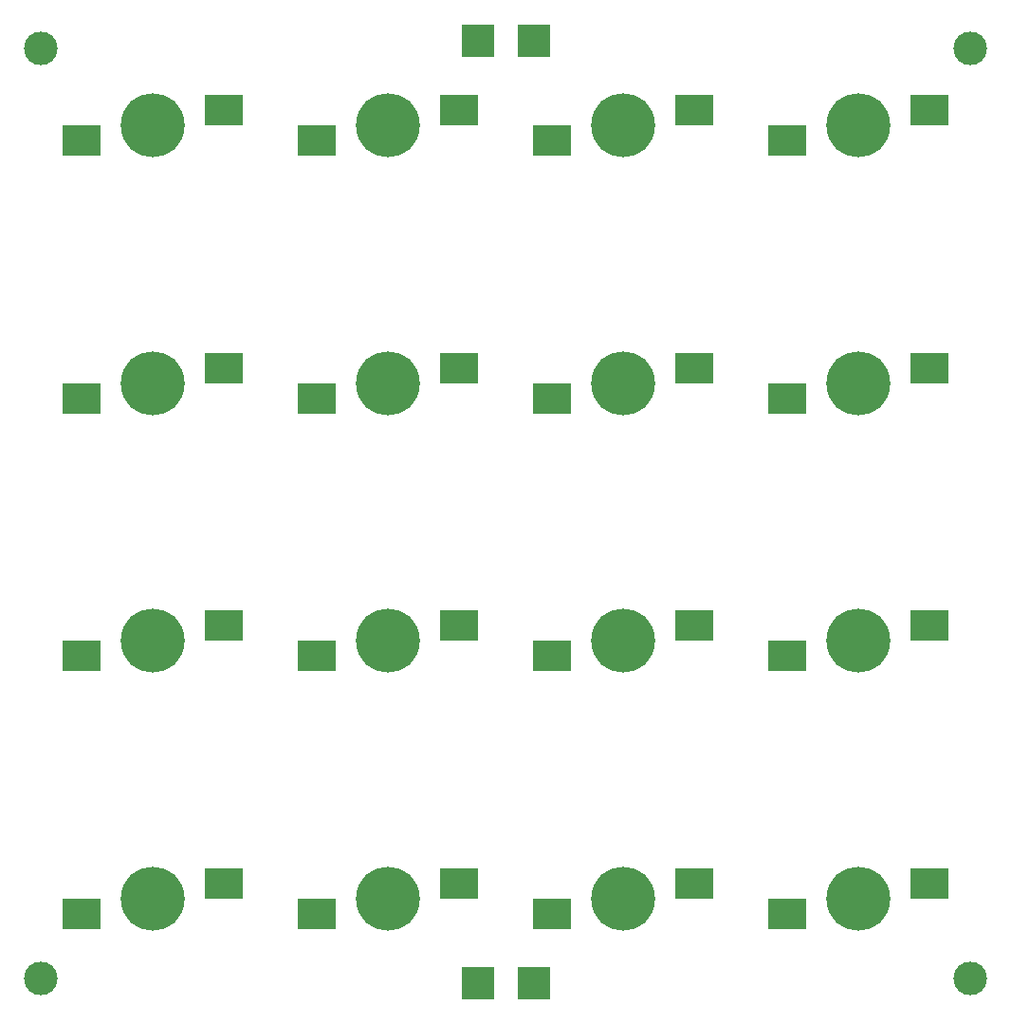
<source format=gbr>
%TF.GenerationSoftware,KiCad,Pcbnew,(6.0.2)*%
%TF.CreationDate,2022-02-24T13:51:07+07:00*%
%TF.ProjectId,LED_9x9,4c45445f-3978-4392-9e6b-696361645f70,rev?*%
%TF.SameCoordinates,Original*%
%TF.FileFunction,Soldermask,Top*%
%TF.FilePolarity,Negative*%
%FSLAX46Y46*%
G04 Gerber Fmt 4.6, Leading zero omitted, Abs format (unit mm)*
G04 Created by KiCad (PCBNEW (6.0.2)) date 2022-02-24 13:51:07*
%MOMM*%
%LPD*%
G01*
G04 APERTURE LIST*
%ADD10R,3.500000X2.700000*%
%ADD11C,5.700000*%
%ADD12R,3.000000X3.000000*%
%ADD13C,3.000000*%
G04 APERTURE END LIST*
D10*
%TO.C,D14*%
X122855100Y-51037800D03*
X110155100Y-53737800D03*
D11*
X116505100Y-52387800D03*
%TD*%
D10*
%TO.C,D12*%
X101855100Y-97037800D03*
X89155100Y-99737800D03*
D11*
X95505100Y-98387800D03*
%TD*%
D10*
%TO.C,D11*%
X101855100Y-74037800D03*
X89155100Y-76737800D03*
D11*
X95505100Y-75387800D03*
%TD*%
D12*
%TO.C,J2*%
X87505100Y-105887800D03*
X82505100Y-105887800D03*
%TD*%
D10*
%TO.C,D16*%
X122855100Y-97037800D03*
X110155100Y-99737800D03*
D11*
X116505100Y-98387800D03*
%TD*%
D12*
%TO.C,J1*%
X87505100Y-21887800D03*
X82505100Y-21887800D03*
%TD*%
D10*
%TO.C,D15*%
X122855100Y-74037800D03*
X110155100Y-76737800D03*
D11*
X116505100Y-75387800D03*
%TD*%
D10*
%TO.C,D13*%
X122855100Y-28037800D03*
X110155100Y-30737800D03*
D11*
X116505100Y-29387800D03*
%TD*%
D10*
%TO.C,D10*%
X101855100Y-51037800D03*
X89155100Y-53737800D03*
D11*
X95505100Y-52387800D03*
%TD*%
D10*
%TO.C,D7*%
X80855100Y-74037800D03*
X68155100Y-76737800D03*
D11*
X74505100Y-75387800D03*
%TD*%
D10*
%TO.C,D1*%
X59855100Y-28037800D03*
X47155100Y-30737800D03*
D11*
X53505100Y-29387800D03*
%TD*%
D13*
%TO.C,REF\u002A\u002A*%
X43499989Y-22500001D03*
%TD*%
%TO.C,REF\u002A\u002A*%
X43499989Y-105499992D03*
%TD*%
D10*
%TO.C,D9*%
X101855100Y-28037800D03*
X89155100Y-30737800D03*
D11*
X95505100Y-29387800D03*
%TD*%
D10*
%TO.C,D6*%
X80855100Y-51037800D03*
X68155100Y-53737800D03*
D11*
X74505100Y-52387800D03*
%TD*%
D10*
%TO.C,D5*%
X80855100Y-28037800D03*
X68155100Y-30737800D03*
D11*
X74505100Y-29387800D03*
%TD*%
D10*
%TO.C,D4*%
X59855100Y-97037800D03*
X47155100Y-99737800D03*
D11*
X53505100Y-98387800D03*
%TD*%
D10*
%TO.C,D2*%
X59855100Y-51037800D03*
X47155100Y-53737800D03*
D11*
X53505100Y-52387800D03*
%TD*%
D10*
%TO.C,D8*%
X80855100Y-97037800D03*
X68155100Y-99737800D03*
D11*
X74505100Y-98387800D03*
%TD*%
D10*
%TO.C,D3*%
X59855100Y-74037800D03*
X47155100Y-76737800D03*
D11*
X53505100Y-75387800D03*
%TD*%
D13*
%TO.C,REF\u002A\u002A*%
X126500000Y-105500000D03*
%TD*%
%TO.C,REF\u002A\u002A*%
X126500001Y-22500001D03*
%TD*%
M02*

</source>
